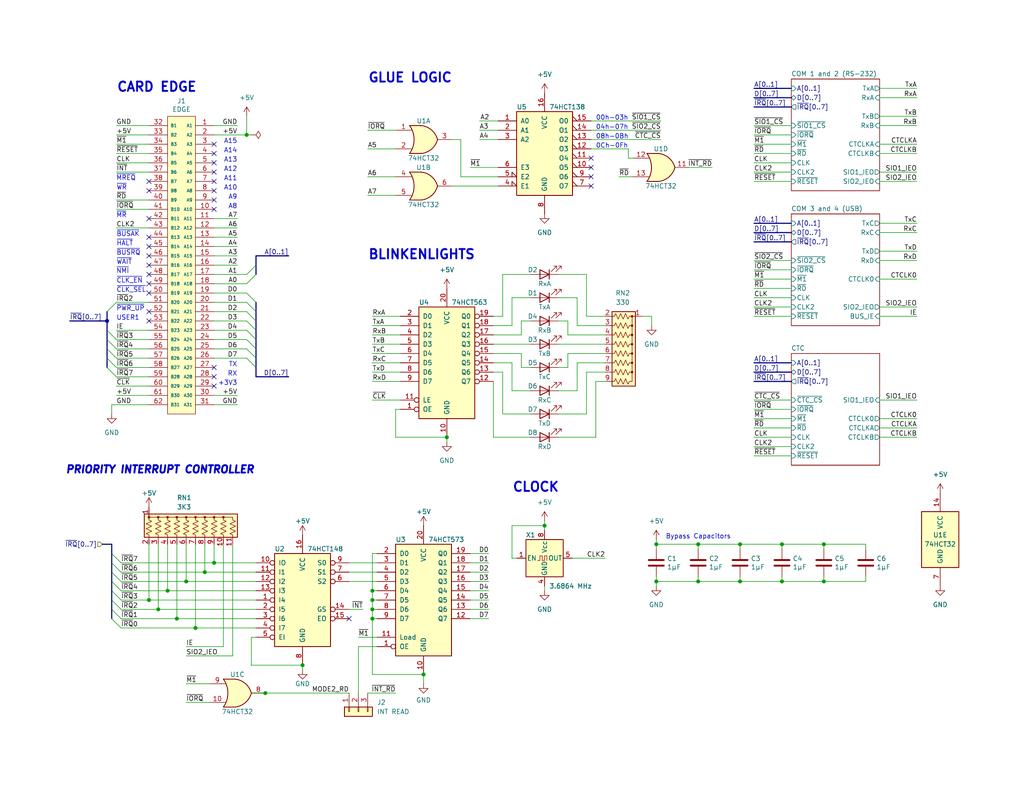
<source format=kicad_sch>
(kicad_sch (version 20230121) (generator eeschema)
  (paper "USLetter")
  (title_block (title "Quad Serial with CTC") (date "2023-08-24") (rev "1.2") (company "Frédéric Segard") (comment 1 "@microhobbyist") (comment 4 "A big thank you to John Winans, Grant Searle and Sergey Kiselev for their inspiration"))
  (junction (at 101.6 163.83))
  (junction (at 121.92 119.38))
  (junction (at 201.93 148.59))
  (junction (at 213.36 148.59))
  (junction (at 82.55 181.61))
  (junction (at 224.79 148.59))
  (junction (at 55.88 156.21))
  (junction (at 179.07 148.59))
  (junction (at 115.57 184.15))
  (junction (at 48.26 168.91))
  (junction (at 101.6 166.37))
  (junction (at 53.34 171.45))
  (junction (at 201.93 158.75))
  (junction (at 43.18 166.37))
  (junction (at 50.8 158.75))
  (junction (at 72.39 189.23))
  (junction (at 148.59 143.51))
  (junction (at 101.6 168.91))
  (junction (at 67.31 36.83))
  (junction (at 190.5 148.59))
  (junction (at 58.42 153.67))
  (junction (at 179.07 158.75))
  (junction (at 45.72 161.29))
  (junction (at 40.64 163.83))
  (junction (at 101.6 161.29))
  (junction (at 224.79 158.75))
  (junction (at 190.5 158.75))
  (junction (at 29.21 87.63))
  (junction (at 213.36 158.75))
  (no_connect (at 58.42 39.37))
  (no_connect (at 40.64 69.85))
  (no_connect (at 40.64 59.69))
  (no_connect (at 58.42 44.45))
  (no_connect (at 161.29 50.8))
  (no_connect (at 58.42 41.91))
  (no_connect (at 40.64 72.39))
  (no_connect (at 95.25 168.91))
  (no_connect (at 58.42 46.99))
  (no_connect (at 40.64 64.77))
  (no_connect (at 40.64 85.09))
  (no_connect (at 58.42 102.87))
  (no_connect (at 161.29 43.18))
  (no_connect (at 58.42 49.53))
  (no_connect (at 58.42 54.61))
  (no_connect (at 40.64 49.53))
  (no_connect (at 40.64 77.47))
  (no_connect (at 58.42 105.41))
  (no_connect (at 58.42 52.07))
  (no_connect (at 161.29 45.72))
  (no_connect (at 58.42 100.33))
  (no_connect (at 161.29 48.26))
  (no_connect (at 40.64 87.63))
  (no_connect (at 40.64 80.01))
  (no_connect (at 58.42 57.15))
  (no_connect (at 40.64 67.31))
  (no_connect (at 40.64 74.93))
  (no_connect (at 40.64 52.07))
  (bus_entry (at 30.48 161.29) (size 2.54 2.54))
  (bus_entry (at 29.21 95.25) (size 2.54 2.54))
  (bus_entry (at 67.31 87.63) (size 2.54 2.54))
  (bus_entry (at 67.31 92.71) (size 2.54 2.54))
  (bus_entry (at 67.31 97.79) (size 2.54 2.54))
  (bus_entry (at 67.31 90.17) (size 2.54 2.54))
  (bus_entry (at 67.31 80.01) (size 2.54 2.54))
  (bus_entry (at 30.48 153.67) (size 2.54 2.54))
  (bus_entry (at 30.48 156.21) (size 2.54 2.54))
  (bus_entry (at 30.48 166.37) (size 2.54 2.54))
  (bus_entry (at 67.31 82.55) (size 2.54 2.54))
  (bus_entry (at 67.31 95.25) (size 2.54 2.54))
  (bus_entry (at 67.31 77.47) (size 2.54 -2.54))
  (bus_entry (at 30.48 158.75) (size 2.54 2.54))
  (bus_entry (at 29.21 97.79) (size 2.54 2.54))
  (bus_entry (at 30.48 151.13) (size 2.54 2.54))
  (bus_entry (at 67.31 85.09) (size 2.54 2.54))
  (bus_entry (at 29.21 100.33) (size 2.54 2.54))
  (bus_entry (at 30.48 163.83) (size 2.54 2.54))
  (bus_entry (at 29.21 85.09) (size 2.54 -2.54))
  (bus_entry (at 29.21 90.17) (size 2.54 2.54))
  (bus_entry (at 67.31 74.93) (size 2.54 -2.54))
  (bus_entry (at 29.21 92.71) (size 2.54 2.54))
  (bus_entry (at 30.48 168.91) (size 2.54 2.54))
  (wire (pts (xy 240.03 71.12) (xy 250.19 71.12)))
  (wire (pts (xy 161.29 40.64) (xy 171.45 40.64)))
  (wire (pts (xy 31.75 90.17) (xy 40.64 90.17)))
  (wire (pts (xy 139.7 152.4) (xy 140.97 152.4)))
  (bus (pts (xy 69.85 97.79) (xy 69.85 100.33)))
  (wire (pts (xy 128.27 163.83) (xy 133.35 163.83)))
  (wire (pts (xy 31.75 34.29) (xy 40.64 34.29)))
  (wire (pts (xy 240.03 109.22) (xy 250.19 109.22)))
  (wire (pts (xy 205.74 81.28) (xy 215.9 81.28)))
  (wire (pts (xy 123.19 50.8) (xy 135.89 50.8)))
  (bus (pts (xy 30.48 151.13) (xy 30.48 148.59)))
  (wire (pts (xy 107.95 111.76) (xy 107.95 119.38)))
  (bus (pts (xy 69.85 95.25) (xy 69.85 97.79)))
  (wire (pts (xy 240.03 41.91) (xy 250.19 41.91)))
  (bus (pts (xy 29.21 92.71) (xy 29.21 95.25)))
  (wire (pts (xy 148.59 143.51) (xy 148.59 144.78)))
  (wire (pts (xy 240.03 24.13) (xy 250.19 24.13)))
  (wire (pts (xy 205.74 44.45) (xy 215.9 44.45)))
  (wire (pts (xy 134.62 91.44) (xy 142.24 91.44)))
  (wire (pts (xy 58.42 90.17) (xy 67.31 90.17)))
  (wire (pts (xy 154.94 91.44) (xy 154.94 87.63)))
  (bus (pts (xy 205.74 99.06) (xy 215.9 99.06)))
  (wire (pts (xy 205.74 73.66) (xy 215.9 73.66)))
  (wire (pts (xy 33.02 156.21) (xy 55.88 156.21)))
  (wire (pts (xy 97.79 189.23) (xy 97.79 176.53)))
  (wire (pts (xy 33.02 166.37) (xy 43.18 166.37)))
  (wire (pts (xy 213.36 157.48) (xy 213.36 158.75)))
  (wire (pts (xy 240.03 34.29) (xy 250.19 34.29)))
  (wire (pts (xy 100.33 48.26) (xy 107.95 48.26)))
  (wire (pts (xy 128.27 168.91) (xy 133.35 168.91)))
  (wire (pts (xy 101.6 161.29) (xy 101.6 163.83)))
  (wire (pts (xy 240.03 114.3) (xy 250.19 114.3)))
  (wire (pts (xy 142.24 87.63) (xy 144.78 87.63)))
  (wire (pts (xy 205.74 78.74) (xy 215.9 78.74)))
  (wire (pts (xy 142.24 91.44) (xy 142.24 87.63)))
  (wire (pts (xy 60.96 176.53) (xy 50.8 176.53)))
  (wire (pts (xy 179.07 157.48) (xy 179.07 158.75)))
  (wire (pts (xy 160.02 86.36) (xy 160.02 74.93)))
  (wire (pts (xy 168.91 48.26) (xy 172.72 48.26)))
  (wire (pts (xy 40.64 163.83) (xy 69.85 163.83)))
  (wire (pts (xy 107.95 111.76) (xy 109.22 111.76)))
  (wire (pts (xy 31.75 82.55) (xy 40.64 82.55)))
  (wire (pts (xy 30.48 110.49) (xy 40.64 110.49)))
  (wire (pts (xy 63.5 148.59) (xy 63.5 179.07)))
  (wire (pts (xy 101.6 101.6) (xy 109.22 101.6)))
  (wire (pts (xy 55.88 156.21) (xy 69.85 156.21)))
  (wire (pts (xy 142.24 96.52) (xy 142.24 100.33)))
  (wire (pts (xy 190.5 148.59) (xy 179.07 148.59)))
  (wire (pts (xy 205.74 49.53) (xy 215.9 49.53)))
  (wire (pts (xy 128.27 45.72) (xy 135.89 45.72)))
  (wire (pts (xy 160.02 74.93) (xy 152.4 74.93)))
  (wire (pts (xy 139.7 99.06) (xy 139.7 106.68)))
  (wire (pts (xy 45.72 148.59) (xy 45.72 161.29)))
  (wire (pts (xy 154.94 100.33) (xy 152.4 100.33)))
  (wire (pts (xy 205.74 46.99) (xy 215.9 46.99)))
  (wire (pts (xy 58.42 97.79) (xy 67.31 97.79)))
  (bus (pts (xy 30.48 156.21) (xy 30.48 153.67)))
  (wire (pts (xy 101.6 88.9) (xy 109.22 88.9)))
  (wire (pts (xy 201.93 158.75) (xy 213.36 158.75)))
  (wire (pts (xy 128.27 158.75) (xy 133.35 158.75)))
  (wire (pts (xy 58.42 87.63) (xy 67.31 87.63)))
  (wire (pts (xy 31.75 39.37) (xy 40.64 39.37)))
  (wire (pts (xy 190.5 158.75) (xy 201.93 158.75)))
  (wire (pts (xy 40.64 148.59) (xy 40.64 163.83)))
  (bus (pts (xy 29.21 90.17) (xy 29.21 92.71)))
  (wire (pts (xy 240.03 68.58) (xy 250.19 68.58)))
  (wire (pts (xy 101.6 166.37) (xy 101.6 168.91)))
  (wire (pts (xy 50.8 186.69) (xy 57.15 186.69)))
  (wire (pts (xy 205.74 39.37) (xy 215.9 39.37)))
  (wire (pts (xy 58.42 95.25) (xy 67.31 95.25)))
  (wire (pts (xy 31.75 54.61) (xy 40.64 54.61)))
  (wire (pts (xy 100.33 40.64) (xy 107.95 40.64)))
  (wire (pts (xy 58.42 36.83) (xy 67.31 36.83)))
  (bus (pts (xy 30.48 153.67) (xy 30.48 151.13)))
  (wire (pts (xy 121.92 119.38) (xy 121.92 120.65)))
  (wire (pts (xy 50.8 191.77) (xy 57.15 191.77)))
  (wire (pts (xy 240.03 26.67) (xy 250.19 26.67)))
  (wire (pts (xy 157.48 88.9) (xy 157.48 81.28)))
  (wire (pts (xy 148.59 142.24) (xy 148.59 143.51)))
  (bus (pts (xy 69.85 85.09) (xy 69.85 87.63)))
  (wire (pts (xy 130.81 38.1) (xy 135.89 38.1)))
  (bus (pts (xy 30.48 161.29) (xy 30.48 158.75)))
  (wire (pts (xy 171.45 40.64) (xy 171.45 43.18)))
  (bus (pts (xy 205.74 104.14) (xy 215.9 104.14)))
  (wire (pts (xy 201.93 148.59) (xy 190.5 148.59)))
  (wire (pts (xy 205.74 76.2) (xy 215.9 76.2)))
  (wire (pts (xy 95.25 158.75) (xy 102.87 158.75)))
  (wire (pts (xy 50.8 158.75) (xy 69.85 158.75)))
  (wire (pts (xy 179.07 158.75) (xy 190.5 158.75)))
  (wire (pts (xy 154.94 87.63) (xy 152.4 87.63)))
  (wire (pts (xy 45.72 161.29) (xy 69.85 161.29)))
  (wire (pts (xy 148.59 143.51) (xy 139.7 143.51)))
  (wire (pts (xy 134.62 101.6) (xy 137.16 101.6)))
  (wire (pts (xy 101.6 99.06) (xy 109.22 99.06)))
  (wire (pts (xy 179.07 148.59) (xy 179.07 149.86)))
  (wire (pts (xy 101.6 151.13) (xy 101.6 161.29)))
  (wire (pts (xy 69.85 173.99) (xy 68.58 173.99)))
  (bus (pts (xy 69.85 69.85) (xy 78.74 69.85)))
  (wire (pts (xy 31.75 102.87) (xy 40.64 102.87)))
  (wire (pts (xy 97.79 173.99) (xy 102.87 173.99)))
  (wire (pts (xy 123.19 38.1) (xy 125.73 38.1)))
  (wire (pts (xy 236.22 149.86) (xy 236.22 148.59)))
  (wire (pts (xy 187.96 45.72) (xy 194.31 45.72)))
  (wire (pts (xy 165.1 101.6) (xy 160.02 101.6)))
  (wire (pts (xy 50.8 179.07) (xy 63.5 179.07)))
  (wire (pts (xy 58.42 153.67) (xy 69.85 153.67)))
  (wire (pts (xy 165.1 86.36) (xy 160.02 86.36)))
  (wire (pts (xy 205.74 119.38) (xy 215.9 119.38)))
  (wire (pts (xy 58.42 69.85) (xy 64.77 69.85)))
  (wire (pts (xy 101.6 104.14) (xy 109.22 104.14)))
  (wire (pts (xy 53.34 171.45) (xy 69.85 171.45)))
  (wire (pts (xy 179.07 158.75) (xy 179.07 160.02)))
  (wire (pts (xy 201.93 149.86) (xy 201.93 148.59)))
  (wire (pts (xy 101.6 86.36) (xy 109.22 86.36)))
  (wire (pts (xy 101.6 93.98) (xy 109.22 93.98)))
  (wire (pts (xy 134.62 104.14) (xy 134.62 119.38)))
  (wire (pts (xy 139.7 143.51) (xy 139.7 152.4)))
  (wire (pts (xy 130.81 33.02) (xy 135.89 33.02)))
  (wire (pts (xy 33.02 168.91) (xy 48.26 168.91)))
  (bus (pts (xy 205.74 29.21) (xy 215.9 29.21)))
  (wire (pts (xy 58.42 148.59) (xy 58.42 153.67)))
  (wire (pts (xy 55.88 148.59) (xy 55.88 156.21)))
  (wire (pts (xy 205.74 83.82) (xy 215.9 83.82)))
  (wire (pts (xy 68.58 189.23) (xy 72.39 189.23)))
  (wire (pts (xy 224.79 148.59) (xy 213.36 148.59)))
  (wire (pts (xy 60.96 148.59) (xy 60.96 176.53)))
  (wire (pts (xy 240.03 63.5) (xy 250.19 63.5)))
  (wire (pts (xy 162.56 104.14) (xy 162.56 119.38)))
  (wire (pts (xy 240.03 49.53) (xy 250.19 49.53)))
  (wire (pts (xy 95.25 166.37) (xy 99.06 166.37)))
  (wire (pts (xy 95.25 156.21) (xy 102.87 156.21)))
  (wire (pts (xy 58.42 59.69) (xy 64.77 59.69)))
  (wire (pts (xy 58.42 80.01) (xy 67.31 80.01)))
  (bus (pts (xy 69.85 82.55) (xy 69.85 85.09)))
  (wire (pts (xy 33.02 163.83) (xy 40.64 163.83)))
  (wire (pts (xy 68.58 181.61) (xy 82.55 181.61)))
  (wire (pts (xy 100.33 35.56) (xy 107.95 35.56)))
  (wire (pts (xy 95.25 153.67) (xy 102.87 153.67)))
  (bus (pts (xy 205.74 26.67) (xy 215.9 26.67)))
  (wire (pts (xy 58.42 82.55) (xy 67.31 82.55)))
  (wire (pts (xy 101.6 161.29) (xy 102.87 161.29)))
  (wire (pts (xy 240.03 76.2) (xy 250.19 76.2)))
  (bus (pts (xy 19.05 87.63) (xy 29.21 87.63)))
  (wire (pts (xy 205.74 121.92) (xy 215.9 121.92)))
  (wire (pts (xy 137.16 101.6) (xy 137.16 113.03)))
  (wire (pts (xy 190.5 157.48) (xy 190.5 158.75)))
  (wire (pts (xy 48.26 168.91) (xy 69.85 168.91)))
  (wire (pts (xy 236.22 148.59) (xy 224.79 148.59)))
  (bus (pts (xy 30.48 166.37) (xy 30.48 163.83)))
  (wire (pts (xy 152.4 93.98) (xy 165.1 93.98)))
  (wire (pts (xy 139.7 88.9) (xy 139.7 81.28)))
  (wire (pts (xy 130.81 35.56) (xy 135.89 35.56)))
  (wire (pts (xy 134.62 93.98) (xy 144.78 93.98)))
  (wire (pts (xy 165.1 99.06) (xy 157.48 99.06)))
  (wire (pts (xy 134.62 96.52) (xy 142.24 96.52)))
  (wire (pts (xy 68.58 173.99) (xy 68.58 181.61)))
  (wire (pts (xy 30.48 110.49) (xy 30.48 113.03)))
  (wire (pts (xy 58.42 72.39) (xy 64.77 72.39)))
  (wire (pts (xy 205.74 71.12) (xy 215.9 71.12)))
  (wire (pts (xy 128.27 151.13) (xy 133.35 151.13)))
  (wire (pts (xy 205.74 41.91) (xy 215.9 41.91)))
  (wire (pts (xy 101.6 184.15) (xy 115.57 184.15)))
  (wire (pts (xy 125.73 48.26) (xy 135.89 48.26)))
  (wire (pts (xy 240.03 116.84) (xy 250.19 116.84)))
  (wire (pts (xy 128.27 156.21) (xy 133.35 156.21)))
  (wire (pts (xy 128.27 153.67) (xy 133.35 153.67)))
  (wire (pts (xy 161.29 35.56) (xy 180.34 35.56)))
  (wire (pts (xy 58.42 85.09) (xy 67.31 85.09)))
  (wire (pts (xy 137.16 113.03) (xy 144.78 113.03)))
  (wire (pts (xy 213.36 158.75) (xy 224.79 158.75)))
  (wire (pts (xy 58.42 107.95) (xy 64.77 107.95)))
  (wire (pts (xy 58.42 34.29) (xy 64.77 34.29)))
  (wire (pts (xy 224.79 149.86) (xy 224.79 148.59)))
  (bus (pts (xy 205.74 60.96) (xy 215.9 60.96)))
  (bus (pts (xy 69.85 74.93) (xy 69.85 72.39)))
  (wire (pts (xy 165.1 88.9) (xy 157.48 88.9)))
  (wire (pts (xy 205.74 124.46) (xy 215.9 124.46)))
  (wire (pts (xy 160.02 113.03) (xy 152.4 113.03)))
  (wire (pts (xy 101.6 163.83) (xy 101.6 166.37)))
  (wire (pts (xy 58.42 67.31) (xy 64.77 67.31)))
  (wire (pts (xy 67.31 31.75) (xy 67.31 36.83)))
  (wire (pts (xy 240.03 119.38) (xy 250.19 119.38)))
  (wire (pts (xy 161.29 38.1) (xy 180.34 38.1)))
  (wire (pts (xy 101.6 168.91) (xy 102.87 168.91)))
  (bus (pts (xy 69.85 92.71) (xy 69.85 95.25)))
  (wire (pts (xy 213.36 148.59) (xy 201.93 148.59)))
  (wire (pts (xy 33.02 161.29) (xy 45.72 161.29)))
  (wire (pts (xy 137.16 74.93) (xy 144.78 74.93)))
  (wire (pts (xy 205.74 116.84) (xy 215.9 116.84)))
  (wire (pts (xy 102.87 151.13) (xy 101.6 151.13)))
  (wire (pts (xy 165.1 91.44) (xy 154.94 91.44)))
  (wire (pts (xy 205.74 34.29) (xy 215.9 34.29)))
  (wire (pts (xy 58.42 62.23) (xy 64.77 62.23)))
  (wire (pts (xy 48.26 148.59) (xy 48.26 168.91)))
  (wire (pts (xy 101.6 109.22) (xy 109.22 109.22)))
  (bus (pts (xy 69.85 100.33) (xy 69.85 102.87)))
  (wire (pts (xy 134.62 88.9) (xy 139.7 88.9)))
  (wire (pts (xy 161.29 33.02) (xy 180.34 33.02)))
  (bus (pts (xy 69.85 69.85) (xy 69.85 72.39)))
  (wire (pts (xy 240.03 60.96) (xy 250.19 60.96)))
  (bus (pts (xy 69.85 87.63) (xy 69.85 90.17)))
  (wire (pts (xy 101.6 163.83) (xy 102.87 163.83)))
  (wire (pts (xy 134.62 99.06) (xy 139.7 99.06)))
  (bus (pts (xy 205.74 63.5) (xy 215.9 63.5)))
  (wire (pts (xy 115.57 184.15) (xy 115.57 186.69)))
  (wire (pts (xy 171.45 43.18) (xy 172.72 43.18)))
  (wire (pts (xy 139.7 81.28) (xy 144.78 81.28)))
  (wire (pts (xy 240.03 86.36) (xy 250.19 86.36)))
  (wire (pts (xy 154.94 96.52) (xy 154.94 100.33)))
  (wire (pts (xy 156.21 152.4) (xy 165.1 152.4)))
  (wire (pts (xy 205.74 111.76) (xy 215.9 111.76)))
  (wire (pts (xy 101.6 166.37) (xy 102.87 166.37)))
  (wire (pts (xy 160.02 101.6) (xy 160.02 113.03)))
  (bus (pts (xy 205.74 24.13) (xy 215.9 24.13)))
  (wire (pts (xy 53.34 148.59) (xy 53.34 171.45)))
  (bus (pts (xy 30.48 158.75) (xy 30.48 156.21)))
  (wire (pts (xy 224.79 158.75) (xy 236.22 158.75)))
  (wire (pts (xy 128.27 166.37) (xy 133.35 166.37)))
  (wire (pts (xy 31.75 62.23) (xy 40.64 62.23)))
  (wire (pts (xy 134.62 86.36) (xy 137.16 86.36)))
  (wire (pts (xy 205.74 36.83) (xy 215.9 36.83)))
  (wire (pts (xy 33.02 171.45) (xy 53.34 171.45)))
  (wire (pts (xy 162.56 119.38) (xy 152.4 119.38)))
  (wire (pts (xy 142.24 100.33) (xy 144.78 100.33)))
  (wire (pts (xy 240.03 39.37) (xy 250.19 39.37)))
  (wire (pts (xy 31.75 46.99) (xy 40.64 46.99)))
  (wire (pts (xy 240.03 46.99) (xy 250.19 46.99)))
  (wire (pts (xy 101.6 91.44) (xy 109.22 91.44)))
  (wire (pts (xy 121.92 119.38) (xy 107.95 119.38)))
  (wire (pts (xy 31.75 95.25) (xy 40.64 95.25)))
  (wire (pts (xy 31.75 57.15) (xy 40.64 57.15)))
  (wire (pts (xy 157.48 106.68) (xy 152.4 106.68)))
  (wire (pts (xy 236.22 157.48) (xy 236.22 158.75)))
  (wire (pts (xy 100.33 189.23) (xy 107.95 189.23)))
  (wire (pts (xy 240.03 83.82) (xy 250.19 83.82)))
  (bus (pts (xy 205.74 66.04) (xy 215.9 66.04)))
  (wire (pts (xy 31.75 97.79) (xy 40.64 97.79)))
  (bus (pts (xy 30.48 163.83) (xy 30.48 161.29)))
  (wire (pts (xy 134.62 119.38) (xy 144.78 119.38)))
  (wire (pts (xy 58.42 110.49) (xy 64.77 110.49)))
  (bus (pts (xy 29.21 85.09) (xy 29.21 87.63)))
  (wire (pts (xy 43.18 166.37) (xy 69.85 166.37)))
  (bus (pts (xy 29.21 95.25) (xy 29.21 97.79)))
  (wire (pts (xy 190.5 149.86) (xy 190.5 148.59)))
  (wire (pts (xy 100.33 53.34) (xy 107.95 53.34)))
  (wire (pts (xy 139.7 106.68) (xy 144.78 106.68)))
  (bus (pts (xy 29.21 97.79) (xy 29.21 100.33)))
  (wire (pts (xy 33.02 158.75) (xy 50.8 158.75)))
  (wire (pts (xy 58.42 77.47) (xy 67.31 77.47)))
  (wire (pts (xy 157.48 99.06) (xy 157.48 106.68)))
  (wire (pts (xy 175.26 86.36) (xy 177.8 86.36)))
  (wire (pts (xy 31.75 92.71) (xy 40.64 92.71)))
  (wire (pts (xy 179.07 147.32) (xy 179.07 148.59)))
  (wire (pts (xy 205.74 109.22) (xy 215.9 109.22)))
  (wire (pts (xy 157.48 81.28) (xy 152.4 81.28)))
  (bus (pts (xy 30.48 168.91) (xy 30.48 166.37)))
  (wire (pts (xy 72.39 189.23) (xy 95.25 189.23)))
  (wire (pts (xy 177.8 86.36) (xy 177.8 88.9)))
  (wire (pts (xy 97.79 176.53) (xy 102.87 176.53)))
  (wire (pts (xy 201.93 157.48) (xy 201.93 158.75)))
  (wire (pts (xy 205.74 86.36) (xy 215.9 86.36)))
  (wire (pts (xy 125.73 38.1) (xy 125.73 48.26)))
  (wire (pts (xy 31.75 36.83) (xy 40.64 36.83)))
  (wire (pts (xy 205.74 114.3) (xy 215.9 114.3)))
  (bus (pts (xy 29.21 87.63) (xy 29.21 90.17)))
  (wire (pts (xy 33.02 153.67) (xy 58.42 153.67)))
  (wire (pts (xy 31.75 105.41) (xy 40.64 105.41)))
  (wire (pts (xy 31.75 41.91) (xy 40.64 41.91)))
  (wire (pts (xy 213.36 149.86) (xy 213.36 148.59)))
  (wire (pts (xy 240.03 31.75) (xy 250.19 31.75)))
  (wire (pts (xy 68.58 36.83) (xy 67.31 36.83)))
  (wire (pts (xy 58.42 64.77) (xy 64.77 64.77)))
  (wire (pts (xy 224.79 157.48) (xy 224.79 158.75)))
  (wire (pts (xy 31.75 100.33) (xy 40.64 100.33)))
  (wire (pts (xy 58.42 92.71) (xy 67.31 92.71)))
  (wire (pts (xy 43.18 148.59) (xy 43.18 166.37)))
  (wire (pts (xy 165.1 104.14) (xy 162.56 104.14)))
  (bus (pts (xy 27.94 148.59) (xy 30.48 148.59)))
  (wire (pts (xy 128.27 161.29) (xy 133.35 161.29)))
  (wire (pts (xy 82.55 182.88) (xy 82.55 181.61)))
  (wire (pts (xy 137.16 86.36) (xy 137.16 74.93)))
  (wire (pts (xy 101.6 168.91) (xy 101.6 184.15)))
  (wire (pts (xy 101.6 96.52) (xy 109.22 96.52)))
  (wire (pts (xy 58.42 74.93) (xy 67.31 74.93)))
  (wire (pts (xy 148.59 161.29) (xy 148.59 160.02)))
  (bus (pts (xy 69.85 90.17) (xy 69.85 92.71)))
  (wire (pts (xy 31.75 107.95) (xy 40.64 107.95)))
  (wire (pts (xy 31.75 44.45) (xy 40.64 44.45)))
  (wire (pts (xy 165.1 96.52) (xy 154.94 96.52)))
  (bus (pts (xy 69.85 102.87) (xy 78.74 102.87)))
  (wire (pts (xy 50.8 148.59) (xy 50.8 158.75)))
  (bus (pts (xy 205.74 101.6) (xy 215.9 101.6)))
  (text "PRIORITY INTERRUPT CONTROLLER" (at 17.78 129.54 0) (effects (font (size 2 2) (thickness 0.508) bold italic) (justify left bottom)))
  (text "04h-07h" (at 162.56 35.56 0) (effects (font (size 1.27 1.27)) (justify left bottom)))
  (text "0Ch-0Fh" (at 162.56 40.64 0) (effects (font (size 1.27 1.27)) (justify left bottom)))
  (text "TX" (at 64.77 100.33 0) (effects (font (size 1.27 1.27)) (justify right bottom)))
  (text "GLUE LOGIC" (at 100.33 22.86 0) (effects (font (size 2.54 2.54) (thickness 0.508) bold) (justify left bottom)))
  (text "~{BUSAK}" (at 31.75 64.77 0) (effects (font (size 1.27 1.27)) (justify left bottom)))
  (text "+3V3" (at 64.77 105.41 0) (effects (font (size 1.27 1.27)) (justify right bottom)))
  (text "00h-03h" (at 162.56 33.02 0) (effects (font (size 1.27 1.27)) (justify left bottom)))
  (text "~{WR}" (at 31.75 52.07 0) (effects (font (size 1.27 1.27)) (justify left bottom)))
  (text "A9" (at 64.77 54.61 0) (effects (font (size 1.27 1.27)) (justify right bottom)))
  (text "~{MR}" (at 31.6986 59.6464 0) (effects (font (size 1.27 1.27)) (justify left bottom)))
  (text "~{MREQ}" (at 31.686 49.4648 0) (effects (font (size 1.27 1.27)) (justify left bottom)))
  (text "CARD EDGE" (at 31.75 25.4 0) (effects (font (size 2.54 2.54) (thickness 0.508) bold) (justify left bottom)))
  (text "~{HALT}" (at 31.75 67.31 0) (effects (font (size 1.27 1.27)) (justify left bottom)))
  (text "BLINKENLIGHTS" (at 100.33 71.12 0) (effects (font (size 2.54 2.54) (thickness 0.508) bold) (justify left bottom)))
  (text "CLOCK" (at 139.7 134.62 0) (effects (font (size 2.54 2.54) (thickness 0.508) bold) (justify left bottom)))
  (text "~{CLK_EN}" (at 31.75 77.47 0) (effects (font (size 1.27 1.27)) (justify left bottom)))
  (text "USER1" (at 31.7323 87.618 0) (effects (font (size 1.27 1.27)) (justify left bottom)))
  (text "~{BUSRQ}" (at 31.75 69.85 0) (effects (font (size 1.27 1.27)) (justify left bottom)))
  (text "~{WAIT}" (at 31.75 72.39 0) (effects (font (size 1.27 1.27)) (justify left bottom)))
  (text "~{PWR_UP}" (at 31.7323 85.0681 0) (effects (font (size 1.27 1.27)) (justify left bottom)))
  (text "~{CLK_SEL}" (at 31.75 80.01 0) (effects (font (size 1.27 1.27)) (justify left bottom)))
  (text "A12" (at 64.77 46.99 0) (effects (font (size 1.27 1.27)) (justify right bottom)))
  (text "A8" (at 64.77 57.15 0) (effects (font (size 1.27 1.27)) (justify right bottom)))
  (text "A13" (at 64.77 44.45 0) (effects (font (size 1.27 1.27)) (justify right bottom)))
  (text "RX" (at 64.77 102.87 0) (effects (font (size 1.27 1.27)) (justify right bottom)))
  (text "A14" (at 64.77 41.91 0) (effects (font (size 1.27 1.27)) (justify right bottom)))
  (text "A10" (at 64.77 52.07 0) (effects (font (size 1.27 1.27)) (justify right bottom)))
  (text "Bypass Capacitors" (at 181.61 147.32 0) (effects (font (size 1.27 1.27)) (justify left bottom)))
  (text "A15" (at 64.77 39.37 0) (effects (font (size 1.27 1.27)) (justify right bottom)))
  (text "~{NMI}" (at 31.6986 74.8685 0) (effects (font (size 1.27 1.27)) (justify left bottom)))
  (text "08h-0Bh" (at 162.56 38.1 0) (effects (font (size 1.27 1.27)) (justify left bottom)))
  (text "A11" (at 64.77 49.53 0) (effects (font (size 1.27 1.27)) (justify right bottom)))
  (label "RxB" (at 250.19 34.29 180))
  (label "CTCLKA" (at 250.19 39.37 180))
  (label "TxD" (at 250.19 68.58 180))
  (label "D6" (at 133.35 166.37 180))
  (label "~{M1}" (at 128.27 45.72 0))
  (label "A3" (at 130.81 35.56 0))
  (label "D4" (at 133.35 161.29 180))
  (label "~{IRQ}7" (at 31.75 102.87 0))
  (label "A7" (at 64.77 59.69 180))
  (label "~{RESET}" (at 205.74 49.53 0))
  (label "D[0..7]" (at 78.74 102.87 180))
  (label "TxB" (at 250.19 31.75 180))
  (label "A7" (at 100.33 53.34 0))
  (label "~{SIO2_CS}" (at 180.34 35.56 180))
  (label "+5V" (at 64.77 107.95 180))
  (label "A2" (at 131.0282 33.02 0))
  (label "CLK2" (at 31.75 62.23 0))
  (label "~{RESET}" (at 205.74 86.36 0))
  (label "D0" (at 64.77 80.01 180))
  (label "A6" (at 64.77 62.23 180))
  (label "+5V" (at 31.75 36.83 0))
  (label "~{IRQ}3" (at 31.75 92.71 0))
  (label "RxC" (at 250.19 63.5 180))
  (label "D3" (at 133.35 158.75 180))
  (label "~{IRQ}[0..7]" (at 19.05 87.63 0))
  (label "RxA" (at 250.19 26.67 180))
  (label "A6" (at 100.33 48.26 0))
  (label "CTCLKB" (at 250.19 119.38 180))
  (label "~{M1}" (at 205.74 39.37 0))
  (label "+5V" (at 31.75 107.95 0))
  (label "~{CTC_CS}" (at 205.74 109.22 0))
  (label "~{RD}" (at 205.74 116.84 0))
  (label "A5" (at 100.33 40.64 0))
  (label "GND" (at 31.75 34.29 0))
  (label "A[0..1]" (at 205.74 60.96 0))
  (label "A0" (at 64.77 77.47 180))
  (label "CLK2" (at 205.74 121.92 0))
  (label "GND" (at 64.77 34.29 180))
  (label "A3" (at 64.77 69.85 180))
  (label "~{SIO1_CS}" (at 180.34 33.02 180))
  (label "~{CTC_CS}" (at 180.34 38.1 180))
  (label "~{SIO2_CS}" (at 205.74 71.12 0))
  (label "D0" (at 133.35 151.13 180))
  (label "CLK2" (at 205.74 83.82 0))
  (label "A2" (at 64.77 72.39 180))
  (label "D7" (at 64.77 97.79 180))
  (label "D[0..7]" (at 205.74 63.5 0))
  (label "D5" (at 133.35 163.83 180))
  (label "~{IRQ}1" (at 33.02 168.91 0))
  (label "TxC" (at 101.6 96.52 0))
  (label "D4" (at 64.77 90.17 180))
  (label "CLK" (at 205.74 81.28 0))
  (label "IE" (at 50.8 176.53 0))
  (label "CLK2" (at 165.1 152.4 180))
  (label "CLK" (at 205.74 119.38 0))
  (label "TxB" (at 101.6 93.98 0))
  (label "D1" (at 64.77 82.55 180))
  (label "TxA" (at 250.19 24.13 180))
  (label "D5" (at 64.77 92.71 180))
  (label "CTCLK0" (at 250.19 114.3 180))
  (label "~{IRQ}4" (at 31.75 95.25 0))
  (label "~{M1}" (at 50.8 186.69 0))
  (label "A[0..1]" (at 205.74 24.13 0))
  (label "~{IRQ}4" (at 33.02 161.29 0))
  (label "~{M1}" (at 205.74 114.3 0))
  (label "~{IRQ}7" (at 33.02 153.67 0))
  (label "~{SIO1_CS}" (at 205.74 34.29 0))
  (label "CLK" (at 205.74 44.45 0))
  (label "~{INT_RD}" (at 194.31 45.72 180))
  (label "A4" (at 64.77 67.31 180))
  (label "~{IORQ}" (at 50.8 191.77 0))
  (label "CTCLK0" (at 250.19 76.2 180))
  (label "A5" (at 64.77 64.77 180))
  (label "~{IORQ}" (at 205.74 36.83 0))
  (label "~{INT}" (at 31.75 46.99 0))
  (label "~{IORQ}" (at 100.33 35.56 0))
  (label "~{M1}" (at 205.74 76.2 0))
  (label "RxB" (at 101.6 91.44 0))
  (label "GND" (at 31.75 110.49 0))
  (label "~{RESET}" (at 205.74 124.46 0))
  (label "A1" (at 64.77 74.93 180))
  (label "+5V" (at 64.77 36.83 180))
  (label "CLK" (at 31.75 44.45 0))
  (label "D2" (at 133.35 156.21 180))
  (label "~{IRQ}[0..7]" (at 205.74 66.04 0))
  (label "~{IORQ}" (at 205.74 111.76 0))
  (label "SIO2_IEO" (at 50.8 179.07 0))
  (label "RxD" (at 250.19 71.12 180))
  (label "IE" (at 250.19 86.36 180))
  (label "TxD" (at 101.6 101.6 0))
  (label "~{IRQ}[0..7]" (at 205.74 29.21 0))
  (label "D[0..7]" (at 205.74 26.67 0))
  (label "IE" (at 31.75 90.17 0))
  (label "D3" (at 64.77 87.63 180))
  (label "~{RD}" (at 205.74 78.74 0))
  (label "D7" (at 133.35 168.91 180))
  (label "SIO2_IEO" (at 250.19 49.53 180))
  (label "~{IRQ}3" (at 33.02 163.83 0))
  (label "SIO1_IEO" (at 250.19 46.99 180))
  (label "~{RD}" (at 205.74 41.91 0))
  (label "A[0..1]" (at 205.74 99.06 0))
  (label "~{IRQ}0" (at 33.02 171.45 0))
  (label "~{M1}" (at 31.75 39.37 0))
  (label "~{IRQ}5" (at 31.75 97.79 0))
  (label "A[0..1]" (at 78.74 69.85 180))
  (label "~{IRQ}2" (at 31.75 82.55 0))
  (label "~{IORQ}" (at 205.74 73.66 0))
  (label "CTCLKA" (at 250.19 116.84 180))
  (label "CLK2" (at 205.74 46.99 0))
  (label "RxA" (at 101.6 86.36 0))
  (label "~{CLK}" (at 31.75 105.41 0))
  (label "CTCLKB" (at 250.19 41.91 180))
  (label "~{RD}" (at 168.91 48.26 0))
  (label "TxC" (at 250.19 60.96 180))
  (label "~{IRQ}5" (at 33.02 158.75 0))
  (label "D6" (at 64.77 95.25 180))
  (label "SIO2_IEO" (at 250.19 83.82 180))
  (label "~{IRQ}6" (at 31.75 100.33 0))
  (label "~{INT_RD}" (at 107.95 189.23 180))
  (label "~{RESET}" (at 31.75 41.91 0))
  (label "~{CLK}" (at 101.6 109.22 0))
  (label "~{M1}" (at 97.79 173.99 0))
  (label "~{RD}" (at 31.75 54.61 0))
  (label "~{IRQ}2" (at 33.02 166.37 0))
  (label "RxD" (at 101.6 104.14 0))
  (label "~{INT}" (at 99.06 166.37 180))
  (label "RxC" (at 101.6 99.06 0))
  (label "D2" (at 64.77 85.09 180))
  (label "D1" (at 133.35 153.67 180))
  (label "SIO1_IEO" (at 250.19 109.22 180))
  (label "~{IRQ}6" (at 33.02 156.21 0))
  (label "~{IORQ}" (at 31.75 57.15 0))
  (label "GND" (at 64.77 110.49 180))
  (label "A4" (at 130.81 38.1 0))
  (label "~{IRQ}[0..7]" (at 205.74 104.14 0))
  (label "MODE2_RD" (at 85.09 189.23 0))
  (label "D[0..7]" (at 205.74 101.6 0))
  (label "TxA" (at 101.6 88.9 0))
  (hierarchical_label "~{IRQ}[0..7]" (shape input) (at 27.94 148.59 180))
  (symbol (lib_id "0_Library:74HC563") (at 121.92 99.06 0) (unit 1)
    (property "Reference" "U4" (at 114.3 82.55 0) (effects (justify left)))
    (property "Value" "74HCT563" (at 123.19 82.55 0) (effects (justify left)))
    (property "Footprint" "Package_DIP:DIP-20_W7.62mm_Socket" (effects hide))
    (property "Datasheet" "74xx/74hc573.pdf" (effects hide))
  )
  (symbol (lib_id "Device:LED") (at 148.59 81.28 180) (unit 1)
    (property "Reference" "D1" (at 146.685 80.01 0) (effects (justify left)))
    (property "Value" "TxA" (at 148.59 83.82 0))
    (property "Footprint" "LED_THT:LED_D3.0mm_Horizontal_O1.27mm_Z2.0mm_Clear" (effects hide))
  )
  (symbol (lib_id "Device:C") (at 201.93 153.67 0) (unit 1)
    (property "Reference" "C3" (at 204.851 152.5016 0) (effects (justify left)))
    (property "Value" "1µF" (at 204.851 154.813 0) (effects (justify left)))
    (property "Footprint" "Capacitor_THT:C_Disc_D3.0mm_W1.6mm_P2.50mm" (effects hide))
  )
  (symbol (lib_id "Connector_Generic:Conn_01x03") (at 97.79 194.31 90) (mirror x) (unit 1)
    (property "Reference" "J2" (at 102.87 191.77 90) (effects (justify right)))
    (property "Value" "INT READ" (at 102.87 194.31 90) (effects (justify right)))
    (property "Footprint" "Connector_PinHeader_2.54mm:PinHeader_1x03_P2.54mm_Vertical" (effects hide))
  )
  (symbol (lib_id "Device:LED") (at 148.59 100.33 180) (unit 1)
    (property "Reference" "D5" (at 146.685 99.06 0) (effects (justify left)))
    (property "Value" "TxC" (at 148.59 102.87 0))
    (property "Footprint" "LED_THT:LED_D3.0mm_Horizontal_O1.27mm_Z2.0mm_Clear" (effects hide))
  )
  (symbol (lib_name "GND_1") (lib_id "power:GND") (at 179.07 160.02 0) (unit 1)
    (property "Reference" "#PWR016" (effects hide))
    (property "Value" "GND" (at 179.07 165.1 0))
  )
  (symbol (lib_id "Device:C") (at 224.79 153.67 0) (unit 1)
    (property "Reference" "C5" (at 227.711 152.5016 0) (effects (justify left)))
    (property "Value" "1µF" (at 227.711 154.813 0) (effects (justify left)))
    (property "Footprint" "Capacitor_THT:C_Disc_D3.0mm_W1.6mm_P2.50mm" (effects hide))
  )
  (symbol (lib_id "Oscillator:CXO_DIP8") (at 148.59 152.4 0) (unit 1)
    (property "Reference" "X1" (at 144.78 146.05 0))
    (property "Value" "3.6864 MHz" (at 149.86 160.02 0) (effects (justify left)))
    (property "Footprint" "0_Library:DIP-8-4_W7.62mm_Oscillator_Socket" (effects hide))
    (property "Datasheet" "http://cdn-reichelt.de/documents/datenblatt/B400/OSZI.pdf" (effects hide))
  )
  (symbol (lib_id "Device:C") (at 236.22 153.67 0) (unit 1)
    (property "Reference" "C6" (at 239.141 152.5016 0) (effects (justify left)))
    (property "Value" "1µF" (at 239.141 154.813 0) (effects (justify left)))
    (property "Footprint" "Capacitor_THT:C_Disc_D3.0mm_W1.6mm_P2.50mm" (effects hide))
  )
  (symbol (lib_name "+5V_1") (lib_id "power:+5V") (at 256.54 134.62 0) (unit 1)
    (property "Reference" "#PWR017" (effects hide))
    (property "Value" "+5V" (at 256.54 129.54 0))
  )
  (symbol (lib_name "+5V_1") (lib_id "power:+5V") (at 40.64 138.43 0) (unit 1)
    (property "Reference" "#PWR02" (effects hide))
    (property "Value" "+5V" (at 40.64 134.62 0))
  )
  (symbol (lib_id "74xx:74LS32") (at 64.77 189.23 0) (unit 3)
    (property "Reference" "U1" (at 64.77 184.15 0))
    (property "Value" "74HCT32" (at 64.77 194.31 0))
    (property "Footprint" "Package_DIP:DIP-14_W7.62mm_Socket" (effects hide))
    (property "Datasheet" "http://www.ti.com/lit/gpn/sn74LS32" (effects hide))
  )
  (symbol (lib_id "74xx:74LS148") (at 82.55 163.83 0) (unit 1)
    (property "Reference" "U2" (at 74.93 149.86 0) (effects (justify left)))
    (property "Value" "74HCT148" (at 83.82 149.86 0) (effects (justify left)))
    (property "Footprint" "Package_DIP:DIP-16_W7.62mm_Socket" (effects hide))
    (property "Datasheet" "http://www.ti.com/lit/gpn/sn74LS148" (effects hide))
  )
  (symbol (lib_name "GND_1") (lib_id "power:GND") (at 30.48 113.03 0) (unit 1)
    (property "Reference" "#PWR01" (effects hide))
    (property "Value" "GND" (at 30.48 118.11 0))
  )
  (symbol (lib_id "Device:C") (at 213.36 153.67 0) (unit 1)
    (property "Reference" "C4" (at 216.281 152.5016 0) (effects (justify left)))
    (property "Value" "1µF" (at 216.281 154.813 0) (effects (justify left)))
    (property "Footprint" "Capacitor_THT:C_Disc_D3.0mm_W1.6mm_P2.50mm" (effects hide))
  )
  (symbol (lib_id "0_Library:ISA_CARD_CONNECTOR_8BIT") (at 49.53 31.75 0) (unit 1)
    (property "Reference" "J1" (at 49.53 27.559 0))
    (property "Value" "EDGE" (at 49.53 29.8704 0))
    (property "Footprint" "0_Library:BUS_XT_Proto" (effects hide))
    (property "Datasheet" "https://www.te.com/commerce/DocumentDelivery/DDEController?Action=showdoc&DocId=Customer+Drawing%7F5530843%7FF8%7Fpdf%7FEnglish%7FENG_CD_5530843_F8.pdf%7F6-5530843-5" (effects hide))
    (property "Description" "Standard Card Edge Connectors 100 VRT 062DP" (effects hide))
    (property "Height" "15.494" (effects hide))
    (property "Mouser Part Number" "571-6-5530843-5" (effects hide))
    (property "Mouser Price/Stock" "https://www.mouser.co.uk/ProductDetail/TE-Connectivity/6-5530843-5?qs=X1mjqRbeMc4evMKvgkFEjA%3D%3D" (effects hide))
    (property "Manufacturer_Name" "TE Connectivity" (effects hide))
    (property "Manufacturer_Part_Number" "6-5530843-5" (effects hide))
  )
  (symbol (lib_name "+5V_1") (lib_id "power:+5V") (at 115.57 143.51 0) (unit 1)
    (property "Reference" "#PWR06" (effects hide))
    (property "Value" "+5V" (at 115.57 139.7 0))
  )
  (symbol (lib_id "74xx:74LS32") (at 180.34 45.72 0) (unit 4)
    (property "Reference" "U1" (at 180.34 40.64 0))
    (property "Value" "74HCT32" (at 180.34 50.8 0))
    (property "Footprint" "Package_DIP:DIP-14_W7.62mm_Socket" (effects hide))
    (property "Datasheet" "http://www.ti.com/lit/gpn/sn74LS32" (effects hide))
  )
  (symbol (lib_id "74xx:74LS32") (at 115.57 38.1 0) (unit 1)
    (property "Reference" "U1" (at 115.57 33.02 0))
    (property "Value" "74HCT32" (at 115.57 43.18 0))
    (property "Footprint" "Package_DIP:DIP-14_W7.62mm_Socket" (effects hide))
    (property "Datasheet" "http://www.ti.com/lit/gpn/sn74LS32" (effects hide))
  )
  (symbol (lib_id "Device:LED") (at 148.59 93.98 180) (unit 1)
    (property "Reference" "D3" (at 146.685 92.71 0) (effects (justify left)))
    (property "Value" "TxB" (at 148.59 96.52 0))
    (property "Footprint" "LED_THT:LED_D3.0mm_Horizontal_O1.27mm_Z2.0mm_Clear" (effects hide))
  )
  (symbol (lib_name "+5V_1") (lib_id "power:+5V") (at 148.59 25.4 0) (unit 1)
    (property "Reference" "#PWR010" (effects hide))
    (property "Value" "+5V" (at 148.59 20.32 0))
  )
  (symbol (lib_name "+5V_1") (lib_id "power:+5V") (at 82.55 146.05 0) (unit 1)
    (property "Reference" "#PWR04" (effects hide))
    (property "Value" "+5V" (at 82.55 142.24 0))
  )
  (symbol (lib_id "power:GND") (at 82.55 182.88 0) (unit 1)
    (property "Reference" "#PWR05" (effects hide))
    (property "Value" "GND" (at 82.55 186.69 0))
  )
  (symbol (lib_id "Device:LED") (at 148.59 106.68 180) (unit 1)
    (property "Reference" "D6" (at 146.685 105.41 0) (effects (justify left)))
    (property "Value" "RxC" (at 148.59 109.22 0))
    (property "Footprint" "LED_THT:LED_D3.0mm_Horizontal_O1.27mm_Z2.0mm_Clear" (effects hide))
  )
  (symbol (lib_name "PWR_FLAG_1") (lib_id "power:PWR_FLAG") (at 68.58 36.83 270) (unit 1)
    (property "Reference" "#FLG01" (effects hide))
    (property "Value" "PWR_FLAG" (effects hide))
  )
  (symbol (lib_name "GND_1") (lib_id "power:GND") (at 148.59 161.29 0) (unit 1)
    (property "Reference" "#PWR013" (effects hide))
    (property "Value" "GND" (at 148.59 166.37 0))
  )
  (symbol (lib_id "74xx:74LS138") (at 148.59 40.64 0) (unit 1)
    (property "Reference" "U5" (at 140.97 29.21 0) (effects (justify left)))
    (property "Value" "74HCT138" (at 149.86 29.21 0) (effects (justify left)))
    (property "Footprint" "Package_DIP:DIP-16_W7.62mm_Socket" (effects hide))
    (property "Datasheet" "http://www.ti.com/lit/gpn/sn74LS138" (effects hide))
  )
  (symbol (lib_name "GND_1") (lib_id "power:GND") (at 256.54 160.02 0) (unit 1)
    (property "Reference" "#PWR018" (effects hide))
    (property "Value" "GND" (at 256.54 165.1 0))
  )
  (symbol (lib_name "GND_1") (lib_id "power:GND") (at 148.59 58.42 0) (unit 1)
    (property "Reference" "#PWR011" (effects hide))
    (property "Value" "GND" (at 148.59 63.5 0))
  )
  (symbol (lib_name "GND_1") (lib_id "power:GND") (at 177.8 88.9 0) (unit 1)
    (property "Reference" "#PWR014" (effects hide))
    (property "Value" "GND" (at 177.8 93.98 0))
  )
  (symbol (lib_id "Device:LED") (at 148.59 119.38 180) (unit 1)
    (property "Reference" "D8" (at 146.685 118.11 0) (effects (justify left)))
    (property "Value" "RxD" (at 148.59 121.92 0))
    (property "Footprint" "LED_THT:LED_D3.0mm_Horizontal_O1.27mm_Z2.0mm_Clear" (effects hide))
  )
  (symbol (lib_id "Device:C") (at 179.07 153.67 0) (unit 1)
    (property "Reference" "C1" (at 181.991 152.5016 0) (effects (justify left)))
    (property "Value" "1µF" (at 181.991 154.813 0) (effects (justify left)))
    (property "Footprint" "Capacitor_THT:C_Disc_D3.0mm_W1.6mm_P2.50mm" (effects hide))
  )
  (symbol (lib_name "+5V_1") (lib_id "power:+5V") (at 67.31 31.75 0) (unit 1)
    (property "Reference" "#PWR03" (effects hide))
    (property "Value" "+5V" (at 67.31 26.67 0))
  )
  (symbol (lib_id "Device:LED") (at 148.59 74.93 180) (unit 1)
    (property "Reference" "D2" (at 146.685 73.66 0) (effects (justify left)))
    (property "Value" "RxA" (at 148.59 77.47 0))
    (property "Footprint" "LED_THT:LED_D3.0mm_Horizontal_O1.27mm_Z2.0mm_Clear" (effects hide))
  )
  (symbol (lib_id "74xx:74LS32") (at 256.54 147.32 0) (unit 5)
    (property "Reference" "U1" (at 256.54 146.05 0))
    (property "Value" "74HCT32" (at 256.54 148.59 0))
    (property "Footprint" "Package_DIP:DIP-14_W7.62mm_Socket" (effects hide))
    (property "Datasheet" "http://www.ti.com/lit/gpn/sn74LS32" (effects hide))
  )
  (symbol (lib_id "74xx:74LS32") (at 115.57 50.8 0) (unit 2)
    (property "Reference" "U1" (at 115.57 45.72 0))
    (property "Value" "74HCT32" (at 115.57 55.88 0))
    (property "Footprint" "Package_DIP:DIP-14_W7.62mm_Socket" (effects hide))
    (property "Datasheet" "http://www.ti.com/lit/gpn/sn74LS32" (effects hide))
  )
  (symbol (lib_id "Device:R_Network10_US") (at 53.34 143.51 0) (unit 1)
    (property "Reference" "RN1" (at 48.26 135.89 0) (effects (justify left)))
    (property "Value" "3K3" (at 48.26 138.43 0) (effects (justify left)))
    (property "Footprint" "Resistor_THT:R_Array_SIP11" (effects hide))
    (property "Datasheet" "http://www.vishay.com/docs/31509/csc.pdf" (effects hide))
  )
  (symbol (lib_name "GND_1") (lib_id "power:GND") (at 121.92 120.65 0) (unit 1)
    (property "Reference" "#PWR09" (effects hide))
    (property "Value" "GND" (at 121.92 125.73 0))
  )
  (symbol (lib_id "power:GND") (at 115.57 186.69 0) (unit 1)
    (property "Reference" "#PWR07" (effects hide))
    (property "Value" "GND" (at 115.57 191.1334 0))
  )
  (symbol (lib_name "+5V_1") (lib_id "power:+5V") (at 148.59 142.24 0) (unit 1)
    (property "Reference" "#PWR012" (effects hide))
    (property "Value" "+5V" (at 148.59 137.16 0))
  )
  (symbol (lib_id "Device:LED") (at 148.59 87.63 180) (unit 1)
    (property "Reference" "D4" (at 146.685 86.36 0) (effects (justify left)))
    (property "Value" "RxB" (at 148.59 90.17 0))
    (property "Footprint" "LED_THT:LED_D3.0mm_Horizontal_O1.27mm_Z2.0mm_Clear" (effects hide))
  )
  (symbol (lib_id "Device:C") (at 190.5 153.67 0) (unit 1)
    (property "Reference" "C2" (at 193.421 152.5016 0) (effects (justify left)))
    (property "Value" "1µF" (at 193.421 154.813 0) (effects (justify left)))
    (property "Footprint" "Capacitor_THT:C_Disc_D3.0mm_W1.6mm_P2.50mm" (effects hide))
  )
  (symbol (lib_name "+5V_1") (lib_id "power:+5V") (at 121.92 78.74 0) (unit 1)
    (property "Reference" "#PWR08" (effects hide))
    (property "Value" "+5V" (at 121.92 73.66 0))
  )
  (symbol (lib_name "+5V_1") (lib_id "power:+5V") (at 179.07 147.32 0) (unit 1)
    (property "Reference" "#PWR015" (effects hide))
    (property "Value" "+5V" (at 179.07 142.24 0))
  )
  (symbol (lib_id "74xx:74LS573") (at 115.57 163.83 0) (unit 1)
    (property "Reference" "U3" (at 107.95 147.32 0) (effects (justify left)))
    (property "Value" "74HCT573" (at 116.84 147.32 0) (effects (justify left)))
    (property "Footprint" "Package_DIP:DIP-20_W7.62mm_Socket" (effects hide))
    (property "Datasheet" "74xx/74hc573.pdf" (effects hide))
  )
  (symbol (lib_id "Device:LED") (at 148.59 113.03 180) (unit 1)
    (property "Reference" "D7" (at 146.685 111.76 0) (effects (justify left)))
    (property "Value" "TxD" (at 148.59 115.57 0))
    (property "Footprint" "LED_THT:LED_D3.0mm_Horizontal_O1.27mm_Z2.0mm_Clear" (effects hide))
  )
  (symbol (lib_id "Device:R_Network08_US") (at 170.18 96.52 270) (unit 1)
    (property "Reference" "RN2" (at 169.926 80.01 90))
    (property "Value" "330" (at 169.926 82.55 90))
    (property "Footprint" "Resistor_THT:R_Array_SIP9" (effects hide))
    (property "Datasheet" "http://www.vishay.com/docs/31509/csc.pdf" (effects hide))
  )
  (sheet (at 215.9 96.52) (size 24.13 30.48) (stroke (width 0.1524))
    (property "Sheetname" "CTC" (at 215.9 95.8084 0) (effects (justify left bottom)))
    (property "Sheetfile" "CTC.kicad_sch" (effects hide))
    (pin "D[0..7]" bidirectional (at 215.9 101.6 180))
    (pin "CLK2" input (at 215.9 121.92 180))
    (pin "CTCLK0" output (at 240.03 114.3 0))
    (pin "~{RESET}" input (at 215.9 124.46 180))
    (pin "CLK" input (at 215.9 119.38 180))
    (pin "~{CTC_CS}" input (at 215.9 109.22 180))
    (pin "~{RD}" input (at 215.9 116.84 180))
    (pin "~{M1}" input (at 215.9 114.3 180))
    (pin "~{IORQ}" input (at 215.9 111.76 180))
    (pin "~{IRQ}[0..7]" output (at 215.9 104.14 180))
    (pin "A[0..1]" input (at 215.9 99.06 180))
    (pin "SIO1_IEO" input (at 240.03 109.22 0))
    (pin "CTCLKA" output (at 240.03 116.84 0))
    (pin "CTCLKB" output (at 240.03 119.38 0))
  )
  (sheet (at 215.9 21.59) (size 24.13 30.48) (stroke (width 0.1524))
    (property "Sheetname" "COM 1 and 2 (RS-232)" (at 215.9 20.8784 0) (effects (justify left bottom)))
    (property "Sheetfile" "COM1_COM2_RS232.kicad_sch" (effects hide))
    (pin "TxA" output (at 240.03 24.13 0))
    (pin "RxA" input (at 240.03 26.67 0))
    (pin "~{RD}" input (at 215.9 41.91 180))
    (pin "~{IORQ}" input (at 215.9 36.83 180))
    (pin "~{RESET}" input (at 215.9 49.53 180))
    (pin "~{SIO1_CS}" input (at 215.9 34.29 180))
    (pin "~{M1}" input (at 215.9 39.37 180))
    (pin "CLK" input (at 215.9 44.45 180))
    (pin "TxB" output (at 240.03 31.75 0))
    (pin "RxB" input (at 240.03 34.29 0))
    (pin "D[0..7]" bidirectional (at 215.9 26.67 180))
    (pin "CLK2" input (at 215.9 46.99 180))
    (pin "A[0..1]" input (at 215.9 24.13 180))
    (pin "~{IRQ}[0..7]" output (at 215.9 29.21 180))
    (pin "SIO2_IEO" input (at 240.03 49.53 0))
    (pin "SIO1_IEO" output (at 240.03 46.99 0))
    (pin "CTCLKA" input (at 240.03 39.37 0))
    (pin "CTCLKB" input (at 240.03 41.91 0))
  )
  (sheet (at 215.9 58.42) (size 24.13 30.48) (stroke (width 0.1524))
    (property "Sheetname" "COM 3 and 4 (USB)" (at 215.9 57.7084 0) (effects (justify left bottom)))
    (property "Sheetfile" "COM3_COM4_USB.kicad_sch" (effects hide))
    (pin "TxD" output (at 240.03 68.58 0))
    (pin "RxD" input (at 240.03 71.12 0))
    (pin "RxC" input (at 240.03 63.5 0))
    (pin "TxC" output (at 240.03 60.96 0))
    (pin "~{M1}" input (at 215.9 76.2 180))
    (pin "CLK" input (at 215.9 81.28 180))
    (pin "~{RESET}" input (at 215.9 86.36 180))
    (pin "~{SIO2_CS}" input (at 215.9 71.12 180))
    (pin "~{RD}" input (at 215.9 78.74 180))
    (pin "~{IORQ}" input (at 215.9 73.66 180))
    (pin "D[0..7]" bidirectional (at 215.9 63.5 180))
    (pin "A[0..1]" input (at 215.9 60.96 180))
    (pin "CLK2" input (at 215.9 83.82 180))
    (pin "~{IRQ}[0..7]" output (at 215.9 66.04 180))
    (pin "SIO2_IEO" output (at 240.03 83.82 0))
    (pin "BUS_IE" input (at 240.03 86.36 0))
    (pin "CTCLK0" input (at 240.03 76.2 0))
  )
)
</source>
